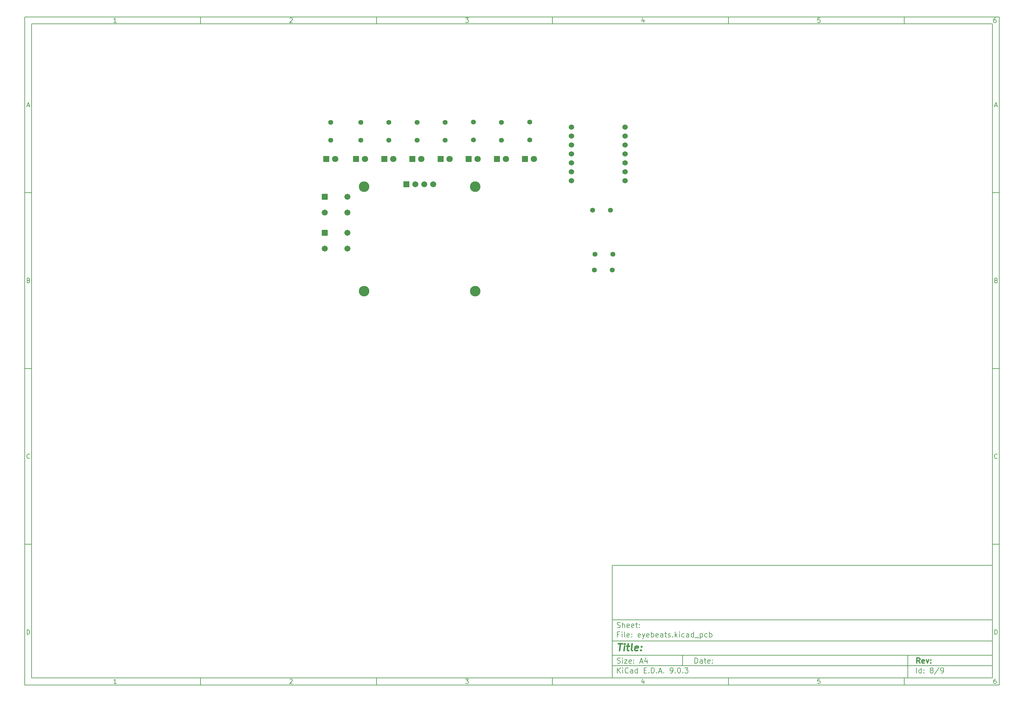
<source format=gbs>
%TF.GenerationSoftware,KiCad,Pcbnew,9.0.3*%
%TF.CreationDate,2025-08-03T00:48:55+01:00*%
%TF.ProjectId,eyebeats,65796562-6561-4747-932e-6b696361645f,rev?*%
%TF.SameCoordinates,Original*%
%TF.FileFunction,Soldermask,Bot*%
%TF.FilePolarity,Negative*%
%FSLAX46Y46*%
G04 Gerber Fmt 4.6, Leading zero omitted, Abs format (unit mm)*
G04 Created by KiCad (PCBNEW 9.0.3) date 2025-08-03 00:48:55*
%MOMM*%
%LPD*%
G01*
G04 APERTURE LIST*
G04 Aperture macros list*
%AMRoundRect*
0 Rectangle with rounded corners*
0 $1 Rounding radius*
0 $2 $3 $4 $5 $6 $7 $8 $9 X,Y pos of 4 corners*
0 Add a 4 corners polygon primitive as box body*
4,1,4,$2,$3,$4,$5,$6,$7,$8,$9,$2,$3,0*
0 Add four circle primitives for the rounded corners*
1,1,$1+$1,$2,$3*
1,1,$1+$1,$4,$5*
1,1,$1+$1,$6,$7*
1,1,$1+$1,$8,$9*
0 Add four rect primitives between the rounded corners*
20,1,$1+$1,$2,$3,$4,$5,0*
20,1,$1+$1,$4,$5,$6,$7,0*
20,1,$1+$1,$6,$7,$8,$9,0*
20,1,$1+$1,$8,$9,$2,$3,0*%
G04 Aperture macros list end*
%ADD10C,0.100000*%
%ADD11C,0.150000*%
%ADD12C,0.300000*%
%ADD13C,0.400000*%
%ADD14R,1.800000X1.800000*%
%ADD15C,1.800000*%
%ADD16C,1.400000*%
%ADD17C,1.524000*%
%ADD18C,3.000000*%
%ADD19RoundRect,0.102000X-0.754000X-0.754000X0.754000X-0.754000X0.754000X0.754000X-0.754000X0.754000X0*%
%ADD20C,1.712000*%
%ADD21RoundRect,0.102000X-0.749000X-0.749000X0.749000X-0.749000X0.749000X0.749000X-0.749000X0.749000X0*%
%ADD22C,1.702000*%
G04 APERTURE END LIST*
D10*
D11*
X177002200Y-166007200D02*
X285002200Y-166007200D01*
X285002200Y-198007200D01*
X177002200Y-198007200D01*
X177002200Y-166007200D01*
D10*
D11*
X10000000Y-10000000D02*
X287002200Y-10000000D01*
X287002200Y-200007200D01*
X10000000Y-200007200D01*
X10000000Y-10000000D01*
D10*
D11*
X12000000Y-12000000D02*
X285002200Y-12000000D01*
X285002200Y-198007200D01*
X12000000Y-198007200D01*
X12000000Y-12000000D01*
D10*
D11*
X60000000Y-12000000D02*
X60000000Y-10000000D01*
D10*
D11*
X110000000Y-12000000D02*
X110000000Y-10000000D01*
D10*
D11*
X160000000Y-12000000D02*
X160000000Y-10000000D01*
D10*
D11*
X210000000Y-12000000D02*
X210000000Y-10000000D01*
D10*
D11*
X260000000Y-12000000D02*
X260000000Y-10000000D01*
D10*
D11*
X36089160Y-11593604D02*
X35346303Y-11593604D01*
X35717731Y-11593604D02*
X35717731Y-10293604D01*
X35717731Y-10293604D02*
X35593922Y-10479319D01*
X35593922Y-10479319D02*
X35470112Y-10603128D01*
X35470112Y-10603128D02*
X35346303Y-10665033D01*
D10*
D11*
X85346303Y-10417414D02*
X85408207Y-10355509D01*
X85408207Y-10355509D02*
X85532017Y-10293604D01*
X85532017Y-10293604D02*
X85841541Y-10293604D01*
X85841541Y-10293604D02*
X85965350Y-10355509D01*
X85965350Y-10355509D02*
X86027255Y-10417414D01*
X86027255Y-10417414D02*
X86089160Y-10541223D01*
X86089160Y-10541223D02*
X86089160Y-10665033D01*
X86089160Y-10665033D02*
X86027255Y-10850747D01*
X86027255Y-10850747D02*
X85284398Y-11593604D01*
X85284398Y-11593604D02*
X86089160Y-11593604D01*
D10*
D11*
X135284398Y-10293604D02*
X136089160Y-10293604D01*
X136089160Y-10293604D02*
X135655826Y-10788842D01*
X135655826Y-10788842D02*
X135841541Y-10788842D01*
X135841541Y-10788842D02*
X135965350Y-10850747D01*
X135965350Y-10850747D02*
X136027255Y-10912652D01*
X136027255Y-10912652D02*
X136089160Y-11036461D01*
X136089160Y-11036461D02*
X136089160Y-11345985D01*
X136089160Y-11345985D02*
X136027255Y-11469795D01*
X136027255Y-11469795D02*
X135965350Y-11531700D01*
X135965350Y-11531700D02*
X135841541Y-11593604D01*
X135841541Y-11593604D02*
X135470112Y-11593604D01*
X135470112Y-11593604D02*
X135346303Y-11531700D01*
X135346303Y-11531700D02*
X135284398Y-11469795D01*
D10*
D11*
X185965350Y-10726938D02*
X185965350Y-11593604D01*
X185655826Y-10231700D02*
X185346303Y-11160271D01*
X185346303Y-11160271D02*
X186151064Y-11160271D01*
D10*
D11*
X236027255Y-10293604D02*
X235408207Y-10293604D01*
X235408207Y-10293604D02*
X235346303Y-10912652D01*
X235346303Y-10912652D02*
X235408207Y-10850747D01*
X235408207Y-10850747D02*
X235532017Y-10788842D01*
X235532017Y-10788842D02*
X235841541Y-10788842D01*
X235841541Y-10788842D02*
X235965350Y-10850747D01*
X235965350Y-10850747D02*
X236027255Y-10912652D01*
X236027255Y-10912652D02*
X236089160Y-11036461D01*
X236089160Y-11036461D02*
X236089160Y-11345985D01*
X236089160Y-11345985D02*
X236027255Y-11469795D01*
X236027255Y-11469795D02*
X235965350Y-11531700D01*
X235965350Y-11531700D02*
X235841541Y-11593604D01*
X235841541Y-11593604D02*
X235532017Y-11593604D01*
X235532017Y-11593604D02*
X235408207Y-11531700D01*
X235408207Y-11531700D02*
X235346303Y-11469795D01*
D10*
D11*
X285965350Y-10293604D02*
X285717731Y-10293604D01*
X285717731Y-10293604D02*
X285593922Y-10355509D01*
X285593922Y-10355509D02*
X285532017Y-10417414D01*
X285532017Y-10417414D02*
X285408207Y-10603128D01*
X285408207Y-10603128D02*
X285346303Y-10850747D01*
X285346303Y-10850747D02*
X285346303Y-11345985D01*
X285346303Y-11345985D02*
X285408207Y-11469795D01*
X285408207Y-11469795D02*
X285470112Y-11531700D01*
X285470112Y-11531700D02*
X285593922Y-11593604D01*
X285593922Y-11593604D02*
X285841541Y-11593604D01*
X285841541Y-11593604D02*
X285965350Y-11531700D01*
X285965350Y-11531700D02*
X286027255Y-11469795D01*
X286027255Y-11469795D02*
X286089160Y-11345985D01*
X286089160Y-11345985D02*
X286089160Y-11036461D01*
X286089160Y-11036461D02*
X286027255Y-10912652D01*
X286027255Y-10912652D02*
X285965350Y-10850747D01*
X285965350Y-10850747D02*
X285841541Y-10788842D01*
X285841541Y-10788842D02*
X285593922Y-10788842D01*
X285593922Y-10788842D02*
X285470112Y-10850747D01*
X285470112Y-10850747D02*
X285408207Y-10912652D01*
X285408207Y-10912652D02*
X285346303Y-11036461D01*
D10*
D11*
X60000000Y-198007200D02*
X60000000Y-200007200D01*
D10*
D11*
X110000000Y-198007200D02*
X110000000Y-200007200D01*
D10*
D11*
X160000000Y-198007200D02*
X160000000Y-200007200D01*
D10*
D11*
X210000000Y-198007200D02*
X210000000Y-200007200D01*
D10*
D11*
X260000000Y-198007200D02*
X260000000Y-200007200D01*
D10*
D11*
X36089160Y-199600804D02*
X35346303Y-199600804D01*
X35717731Y-199600804D02*
X35717731Y-198300804D01*
X35717731Y-198300804D02*
X35593922Y-198486519D01*
X35593922Y-198486519D02*
X35470112Y-198610328D01*
X35470112Y-198610328D02*
X35346303Y-198672233D01*
D10*
D11*
X85346303Y-198424614D02*
X85408207Y-198362709D01*
X85408207Y-198362709D02*
X85532017Y-198300804D01*
X85532017Y-198300804D02*
X85841541Y-198300804D01*
X85841541Y-198300804D02*
X85965350Y-198362709D01*
X85965350Y-198362709D02*
X86027255Y-198424614D01*
X86027255Y-198424614D02*
X86089160Y-198548423D01*
X86089160Y-198548423D02*
X86089160Y-198672233D01*
X86089160Y-198672233D02*
X86027255Y-198857947D01*
X86027255Y-198857947D02*
X85284398Y-199600804D01*
X85284398Y-199600804D02*
X86089160Y-199600804D01*
D10*
D11*
X135284398Y-198300804D02*
X136089160Y-198300804D01*
X136089160Y-198300804D02*
X135655826Y-198796042D01*
X135655826Y-198796042D02*
X135841541Y-198796042D01*
X135841541Y-198796042D02*
X135965350Y-198857947D01*
X135965350Y-198857947D02*
X136027255Y-198919852D01*
X136027255Y-198919852D02*
X136089160Y-199043661D01*
X136089160Y-199043661D02*
X136089160Y-199353185D01*
X136089160Y-199353185D02*
X136027255Y-199476995D01*
X136027255Y-199476995D02*
X135965350Y-199538900D01*
X135965350Y-199538900D02*
X135841541Y-199600804D01*
X135841541Y-199600804D02*
X135470112Y-199600804D01*
X135470112Y-199600804D02*
X135346303Y-199538900D01*
X135346303Y-199538900D02*
X135284398Y-199476995D01*
D10*
D11*
X185965350Y-198734138D02*
X185965350Y-199600804D01*
X185655826Y-198238900D02*
X185346303Y-199167471D01*
X185346303Y-199167471D02*
X186151064Y-199167471D01*
D10*
D11*
X236027255Y-198300804D02*
X235408207Y-198300804D01*
X235408207Y-198300804D02*
X235346303Y-198919852D01*
X235346303Y-198919852D02*
X235408207Y-198857947D01*
X235408207Y-198857947D02*
X235532017Y-198796042D01*
X235532017Y-198796042D02*
X235841541Y-198796042D01*
X235841541Y-198796042D02*
X235965350Y-198857947D01*
X235965350Y-198857947D02*
X236027255Y-198919852D01*
X236027255Y-198919852D02*
X236089160Y-199043661D01*
X236089160Y-199043661D02*
X236089160Y-199353185D01*
X236089160Y-199353185D02*
X236027255Y-199476995D01*
X236027255Y-199476995D02*
X235965350Y-199538900D01*
X235965350Y-199538900D02*
X235841541Y-199600804D01*
X235841541Y-199600804D02*
X235532017Y-199600804D01*
X235532017Y-199600804D02*
X235408207Y-199538900D01*
X235408207Y-199538900D02*
X235346303Y-199476995D01*
D10*
D11*
X285965350Y-198300804D02*
X285717731Y-198300804D01*
X285717731Y-198300804D02*
X285593922Y-198362709D01*
X285593922Y-198362709D02*
X285532017Y-198424614D01*
X285532017Y-198424614D02*
X285408207Y-198610328D01*
X285408207Y-198610328D02*
X285346303Y-198857947D01*
X285346303Y-198857947D02*
X285346303Y-199353185D01*
X285346303Y-199353185D02*
X285408207Y-199476995D01*
X285408207Y-199476995D02*
X285470112Y-199538900D01*
X285470112Y-199538900D02*
X285593922Y-199600804D01*
X285593922Y-199600804D02*
X285841541Y-199600804D01*
X285841541Y-199600804D02*
X285965350Y-199538900D01*
X285965350Y-199538900D02*
X286027255Y-199476995D01*
X286027255Y-199476995D02*
X286089160Y-199353185D01*
X286089160Y-199353185D02*
X286089160Y-199043661D01*
X286089160Y-199043661D02*
X286027255Y-198919852D01*
X286027255Y-198919852D02*
X285965350Y-198857947D01*
X285965350Y-198857947D02*
X285841541Y-198796042D01*
X285841541Y-198796042D02*
X285593922Y-198796042D01*
X285593922Y-198796042D02*
X285470112Y-198857947D01*
X285470112Y-198857947D02*
X285408207Y-198919852D01*
X285408207Y-198919852D02*
X285346303Y-199043661D01*
D10*
D11*
X10000000Y-60000000D02*
X12000000Y-60000000D01*
D10*
D11*
X10000000Y-110000000D02*
X12000000Y-110000000D01*
D10*
D11*
X10000000Y-160000000D02*
X12000000Y-160000000D01*
D10*
D11*
X10690476Y-35222176D02*
X11309523Y-35222176D01*
X10566666Y-35593604D02*
X10999999Y-34293604D01*
X10999999Y-34293604D02*
X11433333Y-35593604D01*
D10*
D11*
X11092857Y-84912652D02*
X11278571Y-84974557D01*
X11278571Y-84974557D02*
X11340476Y-85036461D01*
X11340476Y-85036461D02*
X11402380Y-85160271D01*
X11402380Y-85160271D02*
X11402380Y-85345985D01*
X11402380Y-85345985D02*
X11340476Y-85469795D01*
X11340476Y-85469795D02*
X11278571Y-85531700D01*
X11278571Y-85531700D02*
X11154761Y-85593604D01*
X11154761Y-85593604D02*
X10659523Y-85593604D01*
X10659523Y-85593604D02*
X10659523Y-84293604D01*
X10659523Y-84293604D02*
X11092857Y-84293604D01*
X11092857Y-84293604D02*
X11216666Y-84355509D01*
X11216666Y-84355509D02*
X11278571Y-84417414D01*
X11278571Y-84417414D02*
X11340476Y-84541223D01*
X11340476Y-84541223D02*
X11340476Y-84665033D01*
X11340476Y-84665033D02*
X11278571Y-84788842D01*
X11278571Y-84788842D02*
X11216666Y-84850747D01*
X11216666Y-84850747D02*
X11092857Y-84912652D01*
X11092857Y-84912652D02*
X10659523Y-84912652D01*
D10*
D11*
X11402380Y-135469795D02*
X11340476Y-135531700D01*
X11340476Y-135531700D02*
X11154761Y-135593604D01*
X11154761Y-135593604D02*
X11030952Y-135593604D01*
X11030952Y-135593604D02*
X10845238Y-135531700D01*
X10845238Y-135531700D02*
X10721428Y-135407890D01*
X10721428Y-135407890D02*
X10659523Y-135284080D01*
X10659523Y-135284080D02*
X10597619Y-135036461D01*
X10597619Y-135036461D02*
X10597619Y-134850747D01*
X10597619Y-134850747D02*
X10659523Y-134603128D01*
X10659523Y-134603128D02*
X10721428Y-134479319D01*
X10721428Y-134479319D02*
X10845238Y-134355509D01*
X10845238Y-134355509D02*
X11030952Y-134293604D01*
X11030952Y-134293604D02*
X11154761Y-134293604D01*
X11154761Y-134293604D02*
X11340476Y-134355509D01*
X11340476Y-134355509D02*
X11402380Y-134417414D01*
D10*
D11*
X10659523Y-185593604D02*
X10659523Y-184293604D01*
X10659523Y-184293604D02*
X10969047Y-184293604D01*
X10969047Y-184293604D02*
X11154761Y-184355509D01*
X11154761Y-184355509D02*
X11278571Y-184479319D01*
X11278571Y-184479319D02*
X11340476Y-184603128D01*
X11340476Y-184603128D02*
X11402380Y-184850747D01*
X11402380Y-184850747D02*
X11402380Y-185036461D01*
X11402380Y-185036461D02*
X11340476Y-185284080D01*
X11340476Y-185284080D02*
X11278571Y-185407890D01*
X11278571Y-185407890D02*
X11154761Y-185531700D01*
X11154761Y-185531700D02*
X10969047Y-185593604D01*
X10969047Y-185593604D02*
X10659523Y-185593604D01*
D10*
D11*
X287002200Y-60000000D02*
X285002200Y-60000000D01*
D10*
D11*
X287002200Y-110000000D02*
X285002200Y-110000000D01*
D10*
D11*
X287002200Y-160000000D02*
X285002200Y-160000000D01*
D10*
D11*
X285692676Y-35222176D02*
X286311723Y-35222176D01*
X285568866Y-35593604D02*
X286002199Y-34293604D01*
X286002199Y-34293604D02*
X286435533Y-35593604D01*
D10*
D11*
X286095057Y-84912652D02*
X286280771Y-84974557D01*
X286280771Y-84974557D02*
X286342676Y-85036461D01*
X286342676Y-85036461D02*
X286404580Y-85160271D01*
X286404580Y-85160271D02*
X286404580Y-85345985D01*
X286404580Y-85345985D02*
X286342676Y-85469795D01*
X286342676Y-85469795D02*
X286280771Y-85531700D01*
X286280771Y-85531700D02*
X286156961Y-85593604D01*
X286156961Y-85593604D02*
X285661723Y-85593604D01*
X285661723Y-85593604D02*
X285661723Y-84293604D01*
X285661723Y-84293604D02*
X286095057Y-84293604D01*
X286095057Y-84293604D02*
X286218866Y-84355509D01*
X286218866Y-84355509D02*
X286280771Y-84417414D01*
X286280771Y-84417414D02*
X286342676Y-84541223D01*
X286342676Y-84541223D02*
X286342676Y-84665033D01*
X286342676Y-84665033D02*
X286280771Y-84788842D01*
X286280771Y-84788842D02*
X286218866Y-84850747D01*
X286218866Y-84850747D02*
X286095057Y-84912652D01*
X286095057Y-84912652D02*
X285661723Y-84912652D01*
D10*
D11*
X286404580Y-135469795D02*
X286342676Y-135531700D01*
X286342676Y-135531700D02*
X286156961Y-135593604D01*
X286156961Y-135593604D02*
X286033152Y-135593604D01*
X286033152Y-135593604D02*
X285847438Y-135531700D01*
X285847438Y-135531700D02*
X285723628Y-135407890D01*
X285723628Y-135407890D02*
X285661723Y-135284080D01*
X285661723Y-135284080D02*
X285599819Y-135036461D01*
X285599819Y-135036461D02*
X285599819Y-134850747D01*
X285599819Y-134850747D02*
X285661723Y-134603128D01*
X285661723Y-134603128D02*
X285723628Y-134479319D01*
X285723628Y-134479319D02*
X285847438Y-134355509D01*
X285847438Y-134355509D02*
X286033152Y-134293604D01*
X286033152Y-134293604D02*
X286156961Y-134293604D01*
X286156961Y-134293604D02*
X286342676Y-134355509D01*
X286342676Y-134355509D02*
X286404580Y-134417414D01*
D10*
D11*
X285661723Y-185593604D02*
X285661723Y-184293604D01*
X285661723Y-184293604D02*
X285971247Y-184293604D01*
X285971247Y-184293604D02*
X286156961Y-184355509D01*
X286156961Y-184355509D02*
X286280771Y-184479319D01*
X286280771Y-184479319D02*
X286342676Y-184603128D01*
X286342676Y-184603128D02*
X286404580Y-184850747D01*
X286404580Y-184850747D02*
X286404580Y-185036461D01*
X286404580Y-185036461D02*
X286342676Y-185284080D01*
X286342676Y-185284080D02*
X286280771Y-185407890D01*
X286280771Y-185407890D02*
X286156961Y-185531700D01*
X286156961Y-185531700D02*
X285971247Y-185593604D01*
X285971247Y-185593604D02*
X285661723Y-185593604D01*
D10*
D11*
X200458026Y-193793328D02*
X200458026Y-192293328D01*
X200458026Y-192293328D02*
X200815169Y-192293328D01*
X200815169Y-192293328D02*
X201029455Y-192364757D01*
X201029455Y-192364757D02*
X201172312Y-192507614D01*
X201172312Y-192507614D02*
X201243741Y-192650471D01*
X201243741Y-192650471D02*
X201315169Y-192936185D01*
X201315169Y-192936185D02*
X201315169Y-193150471D01*
X201315169Y-193150471D02*
X201243741Y-193436185D01*
X201243741Y-193436185D02*
X201172312Y-193579042D01*
X201172312Y-193579042D02*
X201029455Y-193721900D01*
X201029455Y-193721900D02*
X200815169Y-193793328D01*
X200815169Y-193793328D02*
X200458026Y-193793328D01*
X202600884Y-193793328D02*
X202600884Y-193007614D01*
X202600884Y-193007614D02*
X202529455Y-192864757D01*
X202529455Y-192864757D02*
X202386598Y-192793328D01*
X202386598Y-192793328D02*
X202100884Y-192793328D01*
X202100884Y-192793328D02*
X201958026Y-192864757D01*
X202600884Y-193721900D02*
X202458026Y-193793328D01*
X202458026Y-193793328D02*
X202100884Y-193793328D01*
X202100884Y-193793328D02*
X201958026Y-193721900D01*
X201958026Y-193721900D02*
X201886598Y-193579042D01*
X201886598Y-193579042D02*
X201886598Y-193436185D01*
X201886598Y-193436185D02*
X201958026Y-193293328D01*
X201958026Y-193293328D02*
X202100884Y-193221900D01*
X202100884Y-193221900D02*
X202458026Y-193221900D01*
X202458026Y-193221900D02*
X202600884Y-193150471D01*
X203100884Y-192793328D02*
X203672312Y-192793328D01*
X203315169Y-192293328D02*
X203315169Y-193579042D01*
X203315169Y-193579042D02*
X203386598Y-193721900D01*
X203386598Y-193721900D02*
X203529455Y-193793328D01*
X203529455Y-193793328D02*
X203672312Y-193793328D01*
X204743741Y-193721900D02*
X204600884Y-193793328D01*
X204600884Y-193793328D02*
X204315170Y-193793328D01*
X204315170Y-193793328D02*
X204172312Y-193721900D01*
X204172312Y-193721900D02*
X204100884Y-193579042D01*
X204100884Y-193579042D02*
X204100884Y-193007614D01*
X204100884Y-193007614D02*
X204172312Y-192864757D01*
X204172312Y-192864757D02*
X204315170Y-192793328D01*
X204315170Y-192793328D02*
X204600884Y-192793328D01*
X204600884Y-192793328D02*
X204743741Y-192864757D01*
X204743741Y-192864757D02*
X204815170Y-193007614D01*
X204815170Y-193007614D02*
X204815170Y-193150471D01*
X204815170Y-193150471D02*
X204100884Y-193293328D01*
X205458026Y-193650471D02*
X205529455Y-193721900D01*
X205529455Y-193721900D02*
X205458026Y-193793328D01*
X205458026Y-193793328D02*
X205386598Y-193721900D01*
X205386598Y-193721900D02*
X205458026Y-193650471D01*
X205458026Y-193650471D02*
X205458026Y-193793328D01*
X205458026Y-192864757D02*
X205529455Y-192936185D01*
X205529455Y-192936185D02*
X205458026Y-193007614D01*
X205458026Y-193007614D02*
X205386598Y-192936185D01*
X205386598Y-192936185D02*
X205458026Y-192864757D01*
X205458026Y-192864757D02*
X205458026Y-193007614D01*
D10*
D11*
X177002200Y-194507200D02*
X285002200Y-194507200D01*
D10*
D11*
X178458026Y-196593328D02*
X178458026Y-195093328D01*
X179315169Y-196593328D02*
X178672312Y-195736185D01*
X179315169Y-195093328D02*
X178458026Y-195950471D01*
X179958026Y-196593328D02*
X179958026Y-195593328D01*
X179958026Y-195093328D02*
X179886598Y-195164757D01*
X179886598Y-195164757D02*
X179958026Y-195236185D01*
X179958026Y-195236185D02*
X180029455Y-195164757D01*
X180029455Y-195164757D02*
X179958026Y-195093328D01*
X179958026Y-195093328D02*
X179958026Y-195236185D01*
X181529455Y-196450471D02*
X181458027Y-196521900D01*
X181458027Y-196521900D02*
X181243741Y-196593328D01*
X181243741Y-196593328D02*
X181100884Y-196593328D01*
X181100884Y-196593328D02*
X180886598Y-196521900D01*
X180886598Y-196521900D02*
X180743741Y-196379042D01*
X180743741Y-196379042D02*
X180672312Y-196236185D01*
X180672312Y-196236185D02*
X180600884Y-195950471D01*
X180600884Y-195950471D02*
X180600884Y-195736185D01*
X180600884Y-195736185D02*
X180672312Y-195450471D01*
X180672312Y-195450471D02*
X180743741Y-195307614D01*
X180743741Y-195307614D02*
X180886598Y-195164757D01*
X180886598Y-195164757D02*
X181100884Y-195093328D01*
X181100884Y-195093328D02*
X181243741Y-195093328D01*
X181243741Y-195093328D02*
X181458027Y-195164757D01*
X181458027Y-195164757D02*
X181529455Y-195236185D01*
X182815170Y-196593328D02*
X182815170Y-195807614D01*
X182815170Y-195807614D02*
X182743741Y-195664757D01*
X182743741Y-195664757D02*
X182600884Y-195593328D01*
X182600884Y-195593328D02*
X182315170Y-195593328D01*
X182315170Y-195593328D02*
X182172312Y-195664757D01*
X182815170Y-196521900D02*
X182672312Y-196593328D01*
X182672312Y-196593328D02*
X182315170Y-196593328D01*
X182315170Y-196593328D02*
X182172312Y-196521900D01*
X182172312Y-196521900D02*
X182100884Y-196379042D01*
X182100884Y-196379042D02*
X182100884Y-196236185D01*
X182100884Y-196236185D02*
X182172312Y-196093328D01*
X182172312Y-196093328D02*
X182315170Y-196021900D01*
X182315170Y-196021900D02*
X182672312Y-196021900D01*
X182672312Y-196021900D02*
X182815170Y-195950471D01*
X184172313Y-196593328D02*
X184172313Y-195093328D01*
X184172313Y-196521900D02*
X184029455Y-196593328D01*
X184029455Y-196593328D02*
X183743741Y-196593328D01*
X183743741Y-196593328D02*
X183600884Y-196521900D01*
X183600884Y-196521900D02*
X183529455Y-196450471D01*
X183529455Y-196450471D02*
X183458027Y-196307614D01*
X183458027Y-196307614D02*
X183458027Y-195879042D01*
X183458027Y-195879042D02*
X183529455Y-195736185D01*
X183529455Y-195736185D02*
X183600884Y-195664757D01*
X183600884Y-195664757D02*
X183743741Y-195593328D01*
X183743741Y-195593328D02*
X184029455Y-195593328D01*
X184029455Y-195593328D02*
X184172313Y-195664757D01*
X186029455Y-195807614D02*
X186529455Y-195807614D01*
X186743741Y-196593328D02*
X186029455Y-196593328D01*
X186029455Y-196593328D02*
X186029455Y-195093328D01*
X186029455Y-195093328D02*
X186743741Y-195093328D01*
X187386598Y-196450471D02*
X187458027Y-196521900D01*
X187458027Y-196521900D02*
X187386598Y-196593328D01*
X187386598Y-196593328D02*
X187315170Y-196521900D01*
X187315170Y-196521900D02*
X187386598Y-196450471D01*
X187386598Y-196450471D02*
X187386598Y-196593328D01*
X188100884Y-196593328D02*
X188100884Y-195093328D01*
X188100884Y-195093328D02*
X188458027Y-195093328D01*
X188458027Y-195093328D02*
X188672313Y-195164757D01*
X188672313Y-195164757D02*
X188815170Y-195307614D01*
X188815170Y-195307614D02*
X188886599Y-195450471D01*
X188886599Y-195450471D02*
X188958027Y-195736185D01*
X188958027Y-195736185D02*
X188958027Y-195950471D01*
X188958027Y-195950471D02*
X188886599Y-196236185D01*
X188886599Y-196236185D02*
X188815170Y-196379042D01*
X188815170Y-196379042D02*
X188672313Y-196521900D01*
X188672313Y-196521900D02*
X188458027Y-196593328D01*
X188458027Y-196593328D02*
X188100884Y-196593328D01*
X189600884Y-196450471D02*
X189672313Y-196521900D01*
X189672313Y-196521900D02*
X189600884Y-196593328D01*
X189600884Y-196593328D02*
X189529456Y-196521900D01*
X189529456Y-196521900D02*
X189600884Y-196450471D01*
X189600884Y-196450471D02*
X189600884Y-196593328D01*
X190243742Y-196164757D02*
X190958028Y-196164757D01*
X190100885Y-196593328D02*
X190600885Y-195093328D01*
X190600885Y-195093328D02*
X191100885Y-196593328D01*
X191600884Y-196450471D02*
X191672313Y-196521900D01*
X191672313Y-196521900D02*
X191600884Y-196593328D01*
X191600884Y-196593328D02*
X191529456Y-196521900D01*
X191529456Y-196521900D02*
X191600884Y-196450471D01*
X191600884Y-196450471D02*
X191600884Y-196593328D01*
X193529456Y-196593328D02*
X193815170Y-196593328D01*
X193815170Y-196593328D02*
X193958027Y-196521900D01*
X193958027Y-196521900D02*
X194029456Y-196450471D01*
X194029456Y-196450471D02*
X194172313Y-196236185D01*
X194172313Y-196236185D02*
X194243742Y-195950471D01*
X194243742Y-195950471D02*
X194243742Y-195379042D01*
X194243742Y-195379042D02*
X194172313Y-195236185D01*
X194172313Y-195236185D02*
X194100885Y-195164757D01*
X194100885Y-195164757D02*
X193958027Y-195093328D01*
X193958027Y-195093328D02*
X193672313Y-195093328D01*
X193672313Y-195093328D02*
X193529456Y-195164757D01*
X193529456Y-195164757D02*
X193458027Y-195236185D01*
X193458027Y-195236185D02*
X193386599Y-195379042D01*
X193386599Y-195379042D02*
X193386599Y-195736185D01*
X193386599Y-195736185D02*
X193458027Y-195879042D01*
X193458027Y-195879042D02*
X193529456Y-195950471D01*
X193529456Y-195950471D02*
X193672313Y-196021900D01*
X193672313Y-196021900D02*
X193958027Y-196021900D01*
X193958027Y-196021900D02*
X194100885Y-195950471D01*
X194100885Y-195950471D02*
X194172313Y-195879042D01*
X194172313Y-195879042D02*
X194243742Y-195736185D01*
X194886598Y-196450471D02*
X194958027Y-196521900D01*
X194958027Y-196521900D02*
X194886598Y-196593328D01*
X194886598Y-196593328D02*
X194815170Y-196521900D01*
X194815170Y-196521900D02*
X194886598Y-196450471D01*
X194886598Y-196450471D02*
X194886598Y-196593328D01*
X195886599Y-195093328D02*
X196029456Y-195093328D01*
X196029456Y-195093328D02*
X196172313Y-195164757D01*
X196172313Y-195164757D02*
X196243742Y-195236185D01*
X196243742Y-195236185D02*
X196315170Y-195379042D01*
X196315170Y-195379042D02*
X196386599Y-195664757D01*
X196386599Y-195664757D02*
X196386599Y-196021900D01*
X196386599Y-196021900D02*
X196315170Y-196307614D01*
X196315170Y-196307614D02*
X196243742Y-196450471D01*
X196243742Y-196450471D02*
X196172313Y-196521900D01*
X196172313Y-196521900D02*
X196029456Y-196593328D01*
X196029456Y-196593328D02*
X195886599Y-196593328D01*
X195886599Y-196593328D02*
X195743742Y-196521900D01*
X195743742Y-196521900D02*
X195672313Y-196450471D01*
X195672313Y-196450471D02*
X195600884Y-196307614D01*
X195600884Y-196307614D02*
X195529456Y-196021900D01*
X195529456Y-196021900D02*
X195529456Y-195664757D01*
X195529456Y-195664757D02*
X195600884Y-195379042D01*
X195600884Y-195379042D02*
X195672313Y-195236185D01*
X195672313Y-195236185D02*
X195743742Y-195164757D01*
X195743742Y-195164757D02*
X195886599Y-195093328D01*
X197029455Y-196450471D02*
X197100884Y-196521900D01*
X197100884Y-196521900D02*
X197029455Y-196593328D01*
X197029455Y-196593328D02*
X196958027Y-196521900D01*
X196958027Y-196521900D02*
X197029455Y-196450471D01*
X197029455Y-196450471D02*
X197029455Y-196593328D01*
X197600884Y-195093328D02*
X198529456Y-195093328D01*
X198529456Y-195093328D02*
X198029456Y-195664757D01*
X198029456Y-195664757D02*
X198243741Y-195664757D01*
X198243741Y-195664757D02*
X198386599Y-195736185D01*
X198386599Y-195736185D02*
X198458027Y-195807614D01*
X198458027Y-195807614D02*
X198529456Y-195950471D01*
X198529456Y-195950471D02*
X198529456Y-196307614D01*
X198529456Y-196307614D02*
X198458027Y-196450471D01*
X198458027Y-196450471D02*
X198386599Y-196521900D01*
X198386599Y-196521900D02*
X198243741Y-196593328D01*
X198243741Y-196593328D02*
X197815170Y-196593328D01*
X197815170Y-196593328D02*
X197672313Y-196521900D01*
X197672313Y-196521900D02*
X197600884Y-196450471D01*
D10*
D11*
X177002200Y-191507200D02*
X285002200Y-191507200D01*
D10*
D12*
X264413853Y-193785528D02*
X263913853Y-193071242D01*
X263556710Y-193785528D02*
X263556710Y-192285528D01*
X263556710Y-192285528D02*
X264128139Y-192285528D01*
X264128139Y-192285528D02*
X264270996Y-192356957D01*
X264270996Y-192356957D02*
X264342425Y-192428385D01*
X264342425Y-192428385D02*
X264413853Y-192571242D01*
X264413853Y-192571242D02*
X264413853Y-192785528D01*
X264413853Y-192785528D02*
X264342425Y-192928385D01*
X264342425Y-192928385D02*
X264270996Y-192999814D01*
X264270996Y-192999814D02*
X264128139Y-193071242D01*
X264128139Y-193071242D02*
X263556710Y-193071242D01*
X265628139Y-193714100D02*
X265485282Y-193785528D01*
X265485282Y-193785528D02*
X265199568Y-193785528D01*
X265199568Y-193785528D02*
X265056710Y-193714100D01*
X265056710Y-193714100D02*
X264985282Y-193571242D01*
X264985282Y-193571242D02*
X264985282Y-192999814D01*
X264985282Y-192999814D02*
X265056710Y-192856957D01*
X265056710Y-192856957D02*
X265199568Y-192785528D01*
X265199568Y-192785528D02*
X265485282Y-192785528D01*
X265485282Y-192785528D02*
X265628139Y-192856957D01*
X265628139Y-192856957D02*
X265699568Y-192999814D01*
X265699568Y-192999814D02*
X265699568Y-193142671D01*
X265699568Y-193142671D02*
X264985282Y-193285528D01*
X266199567Y-192785528D02*
X266556710Y-193785528D01*
X266556710Y-193785528D02*
X266913853Y-192785528D01*
X267485281Y-193642671D02*
X267556710Y-193714100D01*
X267556710Y-193714100D02*
X267485281Y-193785528D01*
X267485281Y-193785528D02*
X267413853Y-193714100D01*
X267413853Y-193714100D02*
X267485281Y-193642671D01*
X267485281Y-193642671D02*
X267485281Y-193785528D01*
X267485281Y-192856957D02*
X267556710Y-192928385D01*
X267556710Y-192928385D02*
X267485281Y-192999814D01*
X267485281Y-192999814D02*
X267413853Y-192928385D01*
X267413853Y-192928385D02*
X267485281Y-192856957D01*
X267485281Y-192856957D02*
X267485281Y-192999814D01*
D10*
D11*
X178386598Y-193721900D02*
X178600884Y-193793328D01*
X178600884Y-193793328D02*
X178958026Y-193793328D01*
X178958026Y-193793328D02*
X179100884Y-193721900D01*
X179100884Y-193721900D02*
X179172312Y-193650471D01*
X179172312Y-193650471D02*
X179243741Y-193507614D01*
X179243741Y-193507614D02*
X179243741Y-193364757D01*
X179243741Y-193364757D02*
X179172312Y-193221900D01*
X179172312Y-193221900D02*
X179100884Y-193150471D01*
X179100884Y-193150471D02*
X178958026Y-193079042D01*
X178958026Y-193079042D02*
X178672312Y-193007614D01*
X178672312Y-193007614D02*
X178529455Y-192936185D01*
X178529455Y-192936185D02*
X178458026Y-192864757D01*
X178458026Y-192864757D02*
X178386598Y-192721900D01*
X178386598Y-192721900D02*
X178386598Y-192579042D01*
X178386598Y-192579042D02*
X178458026Y-192436185D01*
X178458026Y-192436185D02*
X178529455Y-192364757D01*
X178529455Y-192364757D02*
X178672312Y-192293328D01*
X178672312Y-192293328D02*
X179029455Y-192293328D01*
X179029455Y-192293328D02*
X179243741Y-192364757D01*
X179886597Y-193793328D02*
X179886597Y-192793328D01*
X179886597Y-192293328D02*
X179815169Y-192364757D01*
X179815169Y-192364757D02*
X179886597Y-192436185D01*
X179886597Y-192436185D02*
X179958026Y-192364757D01*
X179958026Y-192364757D02*
X179886597Y-192293328D01*
X179886597Y-192293328D02*
X179886597Y-192436185D01*
X180458026Y-192793328D02*
X181243741Y-192793328D01*
X181243741Y-192793328D02*
X180458026Y-193793328D01*
X180458026Y-193793328D02*
X181243741Y-193793328D01*
X182386598Y-193721900D02*
X182243741Y-193793328D01*
X182243741Y-193793328D02*
X181958027Y-193793328D01*
X181958027Y-193793328D02*
X181815169Y-193721900D01*
X181815169Y-193721900D02*
X181743741Y-193579042D01*
X181743741Y-193579042D02*
X181743741Y-193007614D01*
X181743741Y-193007614D02*
X181815169Y-192864757D01*
X181815169Y-192864757D02*
X181958027Y-192793328D01*
X181958027Y-192793328D02*
X182243741Y-192793328D01*
X182243741Y-192793328D02*
X182386598Y-192864757D01*
X182386598Y-192864757D02*
X182458027Y-193007614D01*
X182458027Y-193007614D02*
X182458027Y-193150471D01*
X182458027Y-193150471D02*
X181743741Y-193293328D01*
X183100883Y-193650471D02*
X183172312Y-193721900D01*
X183172312Y-193721900D02*
X183100883Y-193793328D01*
X183100883Y-193793328D02*
X183029455Y-193721900D01*
X183029455Y-193721900D02*
X183100883Y-193650471D01*
X183100883Y-193650471D02*
X183100883Y-193793328D01*
X183100883Y-192864757D02*
X183172312Y-192936185D01*
X183172312Y-192936185D02*
X183100883Y-193007614D01*
X183100883Y-193007614D02*
X183029455Y-192936185D01*
X183029455Y-192936185D02*
X183100883Y-192864757D01*
X183100883Y-192864757D02*
X183100883Y-193007614D01*
X184886598Y-193364757D02*
X185600884Y-193364757D01*
X184743741Y-193793328D02*
X185243741Y-192293328D01*
X185243741Y-192293328D02*
X185743741Y-193793328D01*
X186886598Y-192793328D02*
X186886598Y-193793328D01*
X186529455Y-192221900D02*
X186172312Y-193293328D01*
X186172312Y-193293328D02*
X187100883Y-193293328D01*
D10*
D11*
X263458026Y-196593328D02*
X263458026Y-195093328D01*
X264815170Y-196593328D02*
X264815170Y-195093328D01*
X264815170Y-196521900D02*
X264672312Y-196593328D01*
X264672312Y-196593328D02*
X264386598Y-196593328D01*
X264386598Y-196593328D02*
X264243741Y-196521900D01*
X264243741Y-196521900D02*
X264172312Y-196450471D01*
X264172312Y-196450471D02*
X264100884Y-196307614D01*
X264100884Y-196307614D02*
X264100884Y-195879042D01*
X264100884Y-195879042D02*
X264172312Y-195736185D01*
X264172312Y-195736185D02*
X264243741Y-195664757D01*
X264243741Y-195664757D02*
X264386598Y-195593328D01*
X264386598Y-195593328D02*
X264672312Y-195593328D01*
X264672312Y-195593328D02*
X264815170Y-195664757D01*
X265529455Y-196450471D02*
X265600884Y-196521900D01*
X265600884Y-196521900D02*
X265529455Y-196593328D01*
X265529455Y-196593328D02*
X265458027Y-196521900D01*
X265458027Y-196521900D02*
X265529455Y-196450471D01*
X265529455Y-196450471D02*
X265529455Y-196593328D01*
X265529455Y-195664757D02*
X265600884Y-195736185D01*
X265600884Y-195736185D02*
X265529455Y-195807614D01*
X265529455Y-195807614D02*
X265458027Y-195736185D01*
X265458027Y-195736185D02*
X265529455Y-195664757D01*
X265529455Y-195664757D02*
X265529455Y-195807614D01*
X267600884Y-195736185D02*
X267458027Y-195664757D01*
X267458027Y-195664757D02*
X267386598Y-195593328D01*
X267386598Y-195593328D02*
X267315170Y-195450471D01*
X267315170Y-195450471D02*
X267315170Y-195379042D01*
X267315170Y-195379042D02*
X267386598Y-195236185D01*
X267386598Y-195236185D02*
X267458027Y-195164757D01*
X267458027Y-195164757D02*
X267600884Y-195093328D01*
X267600884Y-195093328D02*
X267886598Y-195093328D01*
X267886598Y-195093328D02*
X268029456Y-195164757D01*
X268029456Y-195164757D02*
X268100884Y-195236185D01*
X268100884Y-195236185D02*
X268172313Y-195379042D01*
X268172313Y-195379042D02*
X268172313Y-195450471D01*
X268172313Y-195450471D02*
X268100884Y-195593328D01*
X268100884Y-195593328D02*
X268029456Y-195664757D01*
X268029456Y-195664757D02*
X267886598Y-195736185D01*
X267886598Y-195736185D02*
X267600884Y-195736185D01*
X267600884Y-195736185D02*
X267458027Y-195807614D01*
X267458027Y-195807614D02*
X267386598Y-195879042D01*
X267386598Y-195879042D02*
X267315170Y-196021900D01*
X267315170Y-196021900D02*
X267315170Y-196307614D01*
X267315170Y-196307614D02*
X267386598Y-196450471D01*
X267386598Y-196450471D02*
X267458027Y-196521900D01*
X267458027Y-196521900D02*
X267600884Y-196593328D01*
X267600884Y-196593328D02*
X267886598Y-196593328D01*
X267886598Y-196593328D02*
X268029456Y-196521900D01*
X268029456Y-196521900D02*
X268100884Y-196450471D01*
X268100884Y-196450471D02*
X268172313Y-196307614D01*
X268172313Y-196307614D02*
X268172313Y-196021900D01*
X268172313Y-196021900D02*
X268100884Y-195879042D01*
X268100884Y-195879042D02*
X268029456Y-195807614D01*
X268029456Y-195807614D02*
X267886598Y-195736185D01*
X269886598Y-195021900D02*
X268600884Y-196950471D01*
X270458027Y-196593328D02*
X270743741Y-196593328D01*
X270743741Y-196593328D02*
X270886598Y-196521900D01*
X270886598Y-196521900D02*
X270958027Y-196450471D01*
X270958027Y-196450471D02*
X271100884Y-196236185D01*
X271100884Y-196236185D02*
X271172313Y-195950471D01*
X271172313Y-195950471D02*
X271172313Y-195379042D01*
X271172313Y-195379042D02*
X271100884Y-195236185D01*
X271100884Y-195236185D02*
X271029456Y-195164757D01*
X271029456Y-195164757D02*
X270886598Y-195093328D01*
X270886598Y-195093328D02*
X270600884Y-195093328D01*
X270600884Y-195093328D02*
X270458027Y-195164757D01*
X270458027Y-195164757D02*
X270386598Y-195236185D01*
X270386598Y-195236185D02*
X270315170Y-195379042D01*
X270315170Y-195379042D02*
X270315170Y-195736185D01*
X270315170Y-195736185D02*
X270386598Y-195879042D01*
X270386598Y-195879042D02*
X270458027Y-195950471D01*
X270458027Y-195950471D02*
X270600884Y-196021900D01*
X270600884Y-196021900D02*
X270886598Y-196021900D01*
X270886598Y-196021900D02*
X271029456Y-195950471D01*
X271029456Y-195950471D02*
X271100884Y-195879042D01*
X271100884Y-195879042D02*
X271172313Y-195736185D01*
D10*
D11*
X177002200Y-187507200D02*
X285002200Y-187507200D01*
D10*
D13*
X178693928Y-188211638D02*
X179836785Y-188211638D01*
X179015357Y-190211638D02*
X179265357Y-188211638D01*
X180253452Y-190211638D02*
X180420119Y-188878304D01*
X180503452Y-188211638D02*
X180396309Y-188306876D01*
X180396309Y-188306876D02*
X180479643Y-188402114D01*
X180479643Y-188402114D02*
X180586786Y-188306876D01*
X180586786Y-188306876D02*
X180503452Y-188211638D01*
X180503452Y-188211638D02*
X180479643Y-188402114D01*
X181086786Y-188878304D02*
X181848690Y-188878304D01*
X181455833Y-188211638D02*
X181241548Y-189925923D01*
X181241548Y-189925923D02*
X181312976Y-190116400D01*
X181312976Y-190116400D02*
X181491548Y-190211638D01*
X181491548Y-190211638D02*
X181682024Y-190211638D01*
X182634405Y-190211638D02*
X182455833Y-190116400D01*
X182455833Y-190116400D02*
X182384405Y-189925923D01*
X182384405Y-189925923D02*
X182598690Y-188211638D01*
X184170119Y-190116400D02*
X183967738Y-190211638D01*
X183967738Y-190211638D02*
X183586785Y-190211638D01*
X183586785Y-190211638D02*
X183408214Y-190116400D01*
X183408214Y-190116400D02*
X183336785Y-189925923D01*
X183336785Y-189925923D02*
X183432024Y-189164019D01*
X183432024Y-189164019D02*
X183551071Y-188973542D01*
X183551071Y-188973542D02*
X183753452Y-188878304D01*
X183753452Y-188878304D02*
X184134404Y-188878304D01*
X184134404Y-188878304D02*
X184312976Y-188973542D01*
X184312976Y-188973542D02*
X184384404Y-189164019D01*
X184384404Y-189164019D02*
X184360595Y-189354495D01*
X184360595Y-189354495D02*
X183384404Y-189544971D01*
X185134405Y-190021161D02*
X185217738Y-190116400D01*
X185217738Y-190116400D02*
X185110595Y-190211638D01*
X185110595Y-190211638D02*
X185027262Y-190116400D01*
X185027262Y-190116400D02*
X185134405Y-190021161D01*
X185134405Y-190021161D02*
X185110595Y-190211638D01*
X185265357Y-188973542D02*
X185348690Y-189068780D01*
X185348690Y-189068780D02*
X185241548Y-189164019D01*
X185241548Y-189164019D02*
X185158214Y-189068780D01*
X185158214Y-189068780D02*
X185265357Y-188973542D01*
X185265357Y-188973542D02*
X185241548Y-189164019D01*
D10*
D11*
X178958026Y-185607614D02*
X178458026Y-185607614D01*
X178458026Y-186393328D02*
X178458026Y-184893328D01*
X178458026Y-184893328D02*
X179172312Y-184893328D01*
X179743740Y-186393328D02*
X179743740Y-185393328D01*
X179743740Y-184893328D02*
X179672312Y-184964757D01*
X179672312Y-184964757D02*
X179743740Y-185036185D01*
X179743740Y-185036185D02*
X179815169Y-184964757D01*
X179815169Y-184964757D02*
X179743740Y-184893328D01*
X179743740Y-184893328D02*
X179743740Y-185036185D01*
X180672312Y-186393328D02*
X180529455Y-186321900D01*
X180529455Y-186321900D02*
X180458026Y-186179042D01*
X180458026Y-186179042D02*
X180458026Y-184893328D01*
X181815169Y-186321900D02*
X181672312Y-186393328D01*
X181672312Y-186393328D02*
X181386598Y-186393328D01*
X181386598Y-186393328D02*
X181243740Y-186321900D01*
X181243740Y-186321900D02*
X181172312Y-186179042D01*
X181172312Y-186179042D02*
X181172312Y-185607614D01*
X181172312Y-185607614D02*
X181243740Y-185464757D01*
X181243740Y-185464757D02*
X181386598Y-185393328D01*
X181386598Y-185393328D02*
X181672312Y-185393328D01*
X181672312Y-185393328D02*
X181815169Y-185464757D01*
X181815169Y-185464757D02*
X181886598Y-185607614D01*
X181886598Y-185607614D02*
X181886598Y-185750471D01*
X181886598Y-185750471D02*
X181172312Y-185893328D01*
X182529454Y-186250471D02*
X182600883Y-186321900D01*
X182600883Y-186321900D02*
X182529454Y-186393328D01*
X182529454Y-186393328D02*
X182458026Y-186321900D01*
X182458026Y-186321900D02*
X182529454Y-186250471D01*
X182529454Y-186250471D02*
X182529454Y-186393328D01*
X182529454Y-185464757D02*
X182600883Y-185536185D01*
X182600883Y-185536185D02*
X182529454Y-185607614D01*
X182529454Y-185607614D02*
X182458026Y-185536185D01*
X182458026Y-185536185D02*
X182529454Y-185464757D01*
X182529454Y-185464757D02*
X182529454Y-185607614D01*
X184958026Y-186321900D02*
X184815169Y-186393328D01*
X184815169Y-186393328D02*
X184529455Y-186393328D01*
X184529455Y-186393328D02*
X184386597Y-186321900D01*
X184386597Y-186321900D02*
X184315169Y-186179042D01*
X184315169Y-186179042D02*
X184315169Y-185607614D01*
X184315169Y-185607614D02*
X184386597Y-185464757D01*
X184386597Y-185464757D02*
X184529455Y-185393328D01*
X184529455Y-185393328D02*
X184815169Y-185393328D01*
X184815169Y-185393328D02*
X184958026Y-185464757D01*
X184958026Y-185464757D02*
X185029455Y-185607614D01*
X185029455Y-185607614D02*
X185029455Y-185750471D01*
X185029455Y-185750471D02*
X184315169Y-185893328D01*
X185529454Y-185393328D02*
X185886597Y-186393328D01*
X186243740Y-185393328D02*
X185886597Y-186393328D01*
X185886597Y-186393328D02*
X185743740Y-186750471D01*
X185743740Y-186750471D02*
X185672311Y-186821900D01*
X185672311Y-186821900D02*
X185529454Y-186893328D01*
X187386597Y-186321900D02*
X187243740Y-186393328D01*
X187243740Y-186393328D02*
X186958026Y-186393328D01*
X186958026Y-186393328D02*
X186815168Y-186321900D01*
X186815168Y-186321900D02*
X186743740Y-186179042D01*
X186743740Y-186179042D02*
X186743740Y-185607614D01*
X186743740Y-185607614D02*
X186815168Y-185464757D01*
X186815168Y-185464757D02*
X186958026Y-185393328D01*
X186958026Y-185393328D02*
X187243740Y-185393328D01*
X187243740Y-185393328D02*
X187386597Y-185464757D01*
X187386597Y-185464757D02*
X187458026Y-185607614D01*
X187458026Y-185607614D02*
X187458026Y-185750471D01*
X187458026Y-185750471D02*
X186743740Y-185893328D01*
X188100882Y-186393328D02*
X188100882Y-184893328D01*
X188100882Y-185464757D02*
X188243740Y-185393328D01*
X188243740Y-185393328D02*
X188529454Y-185393328D01*
X188529454Y-185393328D02*
X188672311Y-185464757D01*
X188672311Y-185464757D02*
X188743740Y-185536185D01*
X188743740Y-185536185D02*
X188815168Y-185679042D01*
X188815168Y-185679042D02*
X188815168Y-186107614D01*
X188815168Y-186107614D02*
X188743740Y-186250471D01*
X188743740Y-186250471D02*
X188672311Y-186321900D01*
X188672311Y-186321900D02*
X188529454Y-186393328D01*
X188529454Y-186393328D02*
X188243740Y-186393328D01*
X188243740Y-186393328D02*
X188100882Y-186321900D01*
X190029454Y-186321900D02*
X189886597Y-186393328D01*
X189886597Y-186393328D02*
X189600883Y-186393328D01*
X189600883Y-186393328D02*
X189458025Y-186321900D01*
X189458025Y-186321900D02*
X189386597Y-186179042D01*
X189386597Y-186179042D02*
X189386597Y-185607614D01*
X189386597Y-185607614D02*
X189458025Y-185464757D01*
X189458025Y-185464757D02*
X189600883Y-185393328D01*
X189600883Y-185393328D02*
X189886597Y-185393328D01*
X189886597Y-185393328D02*
X190029454Y-185464757D01*
X190029454Y-185464757D02*
X190100883Y-185607614D01*
X190100883Y-185607614D02*
X190100883Y-185750471D01*
X190100883Y-185750471D02*
X189386597Y-185893328D01*
X191386597Y-186393328D02*
X191386597Y-185607614D01*
X191386597Y-185607614D02*
X191315168Y-185464757D01*
X191315168Y-185464757D02*
X191172311Y-185393328D01*
X191172311Y-185393328D02*
X190886597Y-185393328D01*
X190886597Y-185393328D02*
X190743739Y-185464757D01*
X191386597Y-186321900D02*
X191243739Y-186393328D01*
X191243739Y-186393328D02*
X190886597Y-186393328D01*
X190886597Y-186393328D02*
X190743739Y-186321900D01*
X190743739Y-186321900D02*
X190672311Y-186179042D01*
X190672311Y-186179042D02*
X190672311Y-186036185D01*
X190672311Y-186036185D02*
X190743739Y-185893328D01*
X190743739Y-185893328D02*
X190886597Y-185821900D01*
X190886597Y-185821900D02*
X191243739Y-185821900D01*
X191243739Y-185821900D02*
X191386597Y-185750471D01*
X191886597Y-185393328D02*
X192458025Y-185393328D01*
X192100882Y-184893328D02*
X192100882Y-186179042D01*
X192100882Y-186179042D02*
X192172311Y-186321900D01*
X192172311Y-186321900D02*
X192315168Y-186393328D01*
X192315168Y-186393328D02*
X192458025Y-186393328D01*
X192886597Y-186321900D02*
X193029454Y-186393328D01*
X193029454Y-186393328D02*
X193315168Y-186393328D01*
X193315168Y-186393328D02*
X193458025Y-186321900D01*
X193458025Y-186321900D02*
X193529454Y-186179042D01*
X193529454Y-186179042D02*
X193529454Y-186107614D01*
X193529454Y-186107614D02*
X193458025Y-185964757D01*
X193458025Y-185964757D02*
X193315168Y-185893328D01*
X193315168Y-185893328D02*
X193100883Y-185893328D01*
X193100883Y-185893328D02*
X192958025Y-185821900D01*
X192958025Y-185821900D02*
X192886597Y-185679042D01*
X192886597Y-185679042D02*
X192886597Y-185607614D01*
X192886597Y-185607614D02*
X192958025Y-185464757D01*
X192958025Y-185464757D02*
X193100883Y-185393328D01*
X193100883Y-185393328D02*
X193315168Y-185393328D01*
X193315168Y-185393328D02*
X193458025Y-185464757D01*
X194172311Y-186250471D02*
X194243740Y-186321900D01*
X194243740Y-186321900D02*
X194172311Y-186393328D01*
X194172311Y-186393328D02*
X194100883Y-186321900D01*
X194100883Y-186321900D02*
X194172311Y-186250471D01*
X194172311Y-186250471D02*
X194172311Y-186393328D01*
X194886597Y-186393328D02*
X194886597Y-184893328D01*
X195029455Y-185821900D02*
X195458026Y-186393328D01*
X195458026Y-185393328D02*
X194886597Y-185964757D01*
X196100883Y-186393328D02*
X196100883Y-185393328D01*
X196100883Y-184893328D02*
X196029455Y-184964757D01*
X196029455Y-184964757D02*
X196100883Y-185036185D01*
X196100883Y-185036185D02*
X196172312Y-184964757D01*
X196172312Y-184964757D02*
X196100883Y-184893328D01*
X196100883Y-184893328D02*
X196100883Y-185036185D01*
X197458027Y-186321900D02*
X197315169Y-186393328D01*
X197315169Y-186393328D02*
X197029455Y-186393328D01*
X197029455Y-186393328D02*
X196886598Y-186321900D01*
X196886598Y-186321900D02*
X196815169Y-186250471D01*
X196815169Y-186250471D02*
X196743741Y-186107614D01*
X196743741Y-186107614D02*
X196743741Y-185679042D01*
X196743741Y-185679042D02*
X196815169Y-185536185D01*
X196815169Y-185536185D02*
X196886598Y-185464757D01*
X196886598Y-185464757D02*
X197029455Y-185393328D01*
X197029455Y-185393328D02*
X197315169Y-185393328D01*
X197315169Y-185393328D02*
X197458027Y-185464757D01*
X198743741Y-186393328D02*
X198743741Y-185607614D01*
X198743741Y-185607614D02*
X198672312Y-185464757D01*
X198672312Y-185464757D02*
X198529455Y-185393328D01*
X198529455Y-185393328D02*
X198243741Y-185393328D01*
X198243741Y-185393328D02*
X198100883Y-185464757D01*
X198743741Y-186321900D02*
X198600883Y-186393328D01*
X198600883Y-186393328D02*
X198243741Y-186393328D01*
X198243741Y-186393328D02*
X198100883Y-186321900D01*
X198100883Y-186321900D02*
X198029455Y-186179042D01*
X198029455Y-186179042D02*
X198029455Y-186036185D01*
X198029455Y-186036185D02*
X198100883Y-185893328D01*
X198100883Y-185893328D02*
X198243741Y-185821900D01*
X198243741Y-185821900D02*
X198600883Y-185821900D01*
X198600883Y-185821900D02*
X198743741Y-185750471D01*
X200100884Y-186393328D02*
X200100884Y-184893328D01*
X200100884Y-186321900D02*
X199958026Y-186393328D01*
X199958026Y-186393328D02*
X199672312Y-186393328D01*
X199672312Y-186393328D02*
X199529455Y-186321900D01*
X199529455Y-186321900D02*
X199458026Y-186250471D01*
X199458026Y-186250471D02*
X199386598Y-186107614D01*
X199386598Y-186107614D02*
X199386598Y-185679042D01*
X199386598Y-185679042D02*
X199458026Y-185536185D01*
X199458026Y-185536185D02*
X199529455Y-185464757D01*
X199529455Y-185464757D02*
X199672312Y-185393328D01*
X199672312Y-185393328D02*
X199958026Y-185393328D01*
X199958026Y-185393328D02*
X200100884Y-185464757D01*
X200458027Y-186536185D02*
X201600884Y-186536185D01*
X201958026Y-185393328D02*
X201958026Y-186893328D01*
X201958026Y-185464757D02*
X202100884Y-185393328D01*
X202100884Y-185393328D02*
X202386598Y-185393328D01*
X202386598Y-185393328D02*
X202529455Y-185464757D01*
X202529455Y-185464757D02*
X202600884Y-185536185D01*
X202600884Y-185536185D02*
X202672312Y-185679042D01*
X202672312Y-185679042D02*
X202672312Y-186107614D01*
X202672312Y-186107614D02*
X202600884Y-186250471D01*
X202600884Y-186250471D02*
X202529455Y-186321900D01*
X202529455Y-186321900D02*
X202386598Y-186393328D01*
X202386598Y-186393328D02*
X202100884Y-186393328D01*
X202100884Y-186393328D02*
X201958026Y-186321900D01*
X203958027Y-186321900D02*
X203815169Y-186393328D01*
X203815169Y-186393328D02*
X203529455Y-186393328D01*
X203529455Y-186393328D02*
X203386598Y-186321900D01*
X203386598Y-186321900D02*
X203315169Y-186250471D01*
X203315169Y-186250471D02*
X203243741Y-186107614D01*
X203243741Y-186107614D02*
X203243741Y-185679042D01*
X203243741Y-185679042D02*
X203315169Y-185536185D01*
X203315169Y-185536185D02*
X203386598Y-185464757D01*
X203386598Y-185464757D02*
X203529455Y-185393328D01*
X203529455Y-185393328D02*
X203815169Y-185393328D01*
X203815169Y-185393328D02*
X203958027Y-185464757D01*
X204600883Y-186393328D02*
X204600883Y-184893328D01*
X204600883Y-185464757D02*
X204743741Y-185393328D01*
X204743741Y-185393328D02*
X205029455Y-185393328D01*
X205029455Y-185393328D02*
X205172312Y-185464757D01*
X205172312Y-185464757D02*
X205243741Y-185536185D01*
X205243741Y-185536185D02*
X205315169Y-185679042D01*
X205315169Y-185679042D02*
X205315169Y-186107614D01*
X205315169Y-186107614D02*
X205243741Y-186250471D01*
X205243741Y-186250471D02*
X205172312Y-186321900D01*
X205172312Y-186321900D02*
X205029455Y-186393328D01*
X205029455Y-186393328D02*
X204743741Y-186393328D01*
X204743741Y-186393328D02*
X204600883Y-186321900D01*
D10*
D11*
X177002200Y-181507200D02*
X285002200Y-181507200D01*
D10*
D11*
X178386598Y-183621900D02*
X178600884Y-183693328D01*
X178600884Y-183693328D02*
X178958026Y-183693328D01*
X178958026Y-183693328D02*
X179100884Y-183621900D01*
X179100884Y-183621900D02*
X179172312Y-183550471D01*
X179172312Y-183550471D02*
X179243741Y-183407614D01*
X179243741Y-183407614D02*
X179243741Y-183264757D01*
X179243741Y-183264757D02*
X179172312Y-183121900D01*
X179172312Y-183121900D02*
X179100884Y-183050471D01*
X179100884Y-183050471D02*
X178958026Y-182979042D01*
X178958026Y-182979042D02*
X178672312Y-182907614D01*
X178672312Y-182907614D02*
X178529455Y-182836185D01*
X178529455Y-182836185D02*
X178458026Y-182764757D01*
X178458026Y-182764757D02*
X178386598Y-182621900D01*
X178386598Y-182621900D02*
X178386598Y-182479042D01*
X178386598Y-182479042D02*
X178458026Y-182336185D01*
X178458026Y-182336185D02*
X178529455Y-182264757D01*
X178529455Y-182264757D02*
X178672312Y-182193328D01*
X178672312Y-182193328D02*
X179029455Y-182193328D01*
X179029455Y-182193328D02*
X179243741Y-182264757D01*
X179886597Y-183693328D02*
X179886597Y-182193328D01*
X180529455Y-183693328D02*
X180529455Y-182907614D01*
X180529455Y-182907614D02*
X180458026Y-182764757D01*
X180458026Y-182764757D02*
X180315169Y-182693328D01*
X180315169Y-182693328D02*
X180100883Y-182693328D01*
X180100883Y-182693328D02*
X179958026Y-182764757D01*
X179958026Y-182764757D02*
X179886597Y-182836185D01*
X181815169Y-183621900D02*
X181672312Y-183693328D01*
X181672312Y-183693328D02*
X181386598Y-183693328D01*
X181386598Y-183693328D02*
X181243740Y-183621900D01*
X181243740Y-183621900D02*
X181172312Y-183479042D01*
X181172312Y-183479042D02*
X181172312Y-182907614D01*
X181172312Y-182907614D02*
X181243740Y-182764757D01*
X181243740Y-182764757D02*
X181386598Y-182693328D01*
X181386598Y-182693328D02*
X181672312Y-182693328D01*
X181672312Y-182693328D02*
X181815169Y-182764757D01*
X181815169Y-182764757D02*
X181886598Y-182907614D01*
X181886598Y-182907614D02*
X181886598Y-183050471D01*
X181886598Y-183050471D02*
X181172312Y-183193328D01*
X183100883Y-183621900D02*
X182958026Y-183693328D01*
X182958026Y-183693328D02*
X182672312Y-183693328D01*
X182672312Y-183693328D02*
X182529454Y-183621900D01*
X182529454Y-183621900D02*
X182458026Y-183479042D01*
X182458026Y-183479042D02*
X182458026Y-182907614D01*
X182458026Y-182907614D02*
X182529454Y-182764757D01*
X182529454Y-182764757D02*
X182672312Y-182693328D01*
X182672312Y-182693328D02*
X182958026Y-182693328D01*
X182958026Y-182693328D02*
X183100883Y-182764757D01*
X183100883Y-182764757D02*
X183172312Y-182907614D01*
X183172312Y-182907614D02*
X183172312Y-183050471D01*
X183172312Y-183050471D02*
X182458026Y-183193328D01*
X183600883Y-182693328D02*
X184172311Y-182693328D01*
X183815168Y-182193328D02*
X183815168Y-183479042D01*
X183815168Y-183479042D02*
X183886597Y-183621900D01*
X183886597Y-183621900D02*
X184029454Y-183693328D01*
X184029454Y-183693328D02*
X184172311Y-183693328D01*
X184672311Y-183550471D02*
X184743740Y-183621900D01*
X184743740Y-183621900D02*
X184672311Y-183693328D01*
X184672311Y-183693328D02*
X184600883Y-183621900D01*
X184600883Y-183621900D02*
X184672311Y-183550471D01*
X184672311Y-183550471D02*
X184672311Y-183693328D01*
X184672311Y-182764757D02*
X184743740Y-182836185D01*
X184743740Y-182836185D02*
X184672311Y-182907614D01*
X184672311Y-182907614D02*
X184600883Y-182836185D01*
X184600883Y-182836185D02*
X184672311Y-182764757D01*
X184672311Y-182764757D02*
X184672311Y-182907614D01*
D10*
D11*
X197002200Y-191507200D02*
X197002200Y-194507200D01*
D10*
D11*
X261002200Y-191507200D02*
X261002200Y-198007200D01*
D14*
X128210000Y-50400000D03*
D15*
X130750000Y-50400000D03*
D16*
X113500000Y-45040000D03*
X113500000Y-39960000D03*
D14*
X112210000Y-50400000D03*
D15*
X114750000Y-50400000D03*
D16*
X171920000Y-82000000D03*
X177000000Y-82000000D03*
D17*
X165380000Y-41380000D03*
X165380000Y-43920000D03*
X165380000Y-46460000D03*
X165380000Y-49000000D03*
X165380000Y-51540000D03*
X165380000Y-54080000D03*
X165380000Y-56620000D03*
X180620000Y-56620000D03*
X180620000Y-54080000D03*
X180620000Y-51540000D03*
X180620000Y-49000000D03*
X180620000Y-46460000D03*
X180620000Y-43920000D03*
X180620000Y-41380000D03*
D16*
X105500000Y-45040000D03*
X105500000Y-39960000D03*
D18*
X106500000Y-58300000D03*
X106500000Y-88000000D03*
X138000000Y-58300000D03*
X138000000Y-88000000D03*
D19*
X118440000Y-57600000D03*
D20*
X120980000Y-57600000D03*
X123520000Y-57600000D03*
X126060000Y-57600000D03*
D18*
X106500000Y-58300000D03*
X106500000Y-88000000D03*
X138000000Y-58300000D03*
X138000000Y-88000000D03*
D19*
X118440000Y-57600000D03*
D20*
X120980000Y-57600000D03*
X123520000Y-57600000D03*
X126060000Y-57600000D03*
D21*
X95250000Y-61150000D03*
D22*
X101750000Y-61150000D03*
X95250000Y-65650000D03*
X101750000Y-65650000D03*
D14*
X144210000Y-50400000D03*
D15*
X146750000Y-50400000D03*
D16*
X153500000Y-45000000D03*
X153500000Y-39920000D03*
X129500000Y-45040000D03*
X129500000Y-39960000D03*
D21*
X95250000Y-61150000D03*
D22*
X101750000Y-61150000D03*
X95250000Y-65650000D03*
X101750000Y-65650000D03*
D14*
X152210000Y-50400000D03*
D15*
X154750000Y-50400000D03*
D16*
X121500000Y-45040000D03*
X121500000Y-39960000D03*
X97000000Y-45040000D03*
X97000000Y-39960000D03*
D14*
X136210000Y-50400000D03*
D15*
X138750000Y-50400000D03*
D21*
X95250000Y-71400000D03*
D22*
X101750000Y-71400000D03*
X95250000Y-75900000D03*
X101750000Y-75900000D03*
D14*
X104140000Y-50400000D03*
D15*
X106680000Y-50400000D03*
D16*
X172100000Y-77500000D03*
X177180000Y-77500000D03*
D14*
X120210000Y-50400000D03*
D15*
X122750000Y-50400000D03*
D21*
X95250000Y-71400000D03*
D22*
X101750000Y-71400000D03*
X95250000Y-75900000D03*
X101750000Y-75900000D03*
D16*
X145500000Y-45040000D03*
X145500000Y-39960000D03*
X137500000Y-45000000D03*
X137500000Y-39920000D03*
X171420000Y-65000000D03*
X176500000Y-65000000D03*
D14*
X95670000Y-50400000D03*
D15*
X98210000Y-50400000D03*
M02*

</source>
